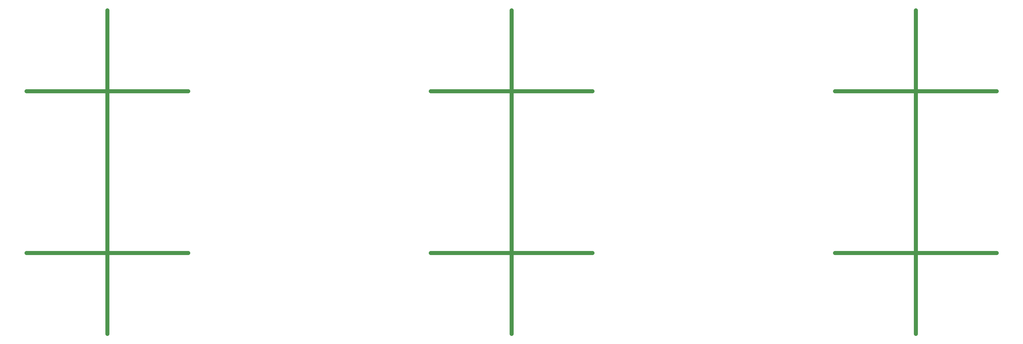
<source format=gbr>
G04 Test step and repeat 1*
G04 Repeat a crosshair 3 times in the x direction and 2 times in the Y *
G04 Handcoded by Julian Lamb *
%MOIN*%
%FSLAX23Y23*%
%SRX3Y2I5.0J2*%
%ADD10C,0.050*%

G04 Draw crosshairs *
X-1000Y0D02*
G54D10*
X1000Y0D01*
X0Y-1000D02*
G54D10*
X0Y1000D01*

M02*

</source>
